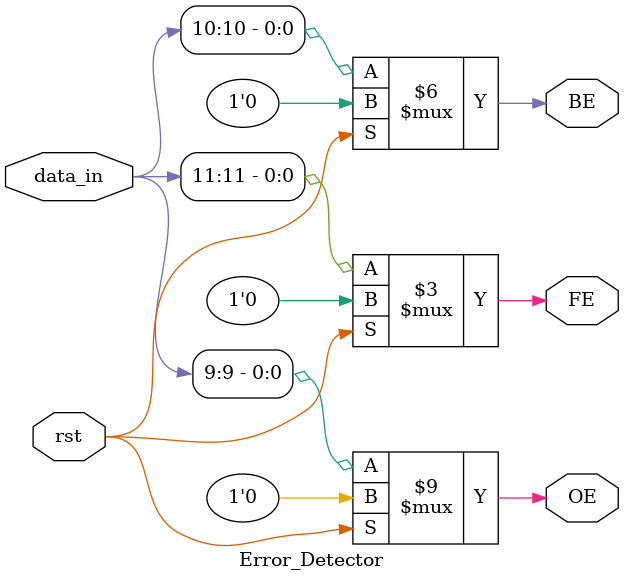
<source format=v>
module Error_Detector (
    input rst,
    input [11:0] data_in,
    output reg OE, BE, FE
);
    always @(*) begin
        if (rst) begin
            OE <= 1'b0;
            BE <= 1'b0;
            FE <= 1'b0;
        end
        else begin // we only care about the error bits not the data and parity bits
            OE = data_in[9]; // refer to Rx_FIFO to know why data_in[9]
            BE = data_in[10];// refer to Rx_FIFO to know why data_in[10]
            FE = data_in[11];// refer to Rx_FIFO to know why data_in[11]
        end
    end
endmodule
</source>
